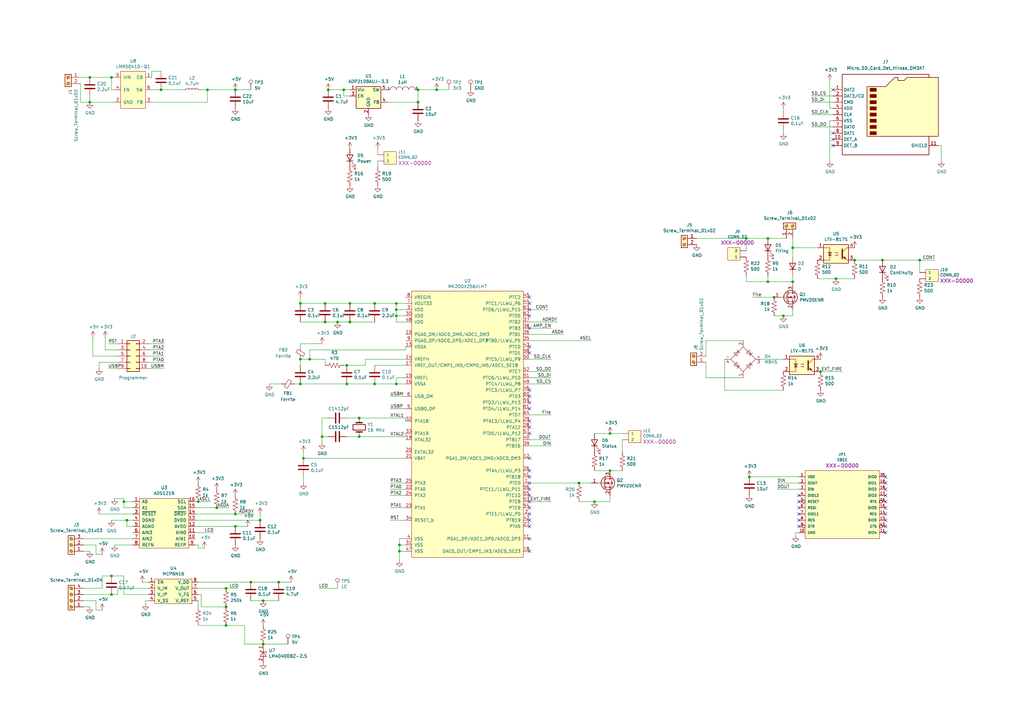
<source format=kicad_sch>
(kicad_sch (version 20230121) (generator eeschema)
  (paper "A3")
  (junction (at 350.52 106.68))
  (junction (at 153.67 124.46))
  (junction (at 171.45 36.83))
  (junction (at 124.46 187.96))
  (junction (at 336.55 152.4))
  (junction (at 92.71 241.3))
  (junction (at 171.45 41.91))
  (junction (at 306.07 97.79))
  (junction (at 314.96 115.57))
  (junction (at 45.72 236.22))
  (junction (at 52.07 213.36))
  (junction (at 36.83 41.91))
  (junction (at 127 147.32))
  (junction (at 92.71 248.92))
  (junction (at 123.19 157.48))
  (junction (at 96.52 36.83))
  (junction (at 140.97 36.83))
  (junction (at 142.24 157.48))
  (junction (at 153.67 157.48))
  (junction (at 162.56 129.54))
  (junction (at 179.07 36.83))
  (junction (at 133.35 124.46))
  (junction (at 142.24 149.86))
  (junction (at 321.31 129.54))
  (junction (at 314.96 97.79))
  (junction (at 96.52 215.9))
  (junction (at 132.08 179.07))
  (junction (at 162.56 157.48))
  (junction (at 147.32 171.45))
  (junction (at 133.35 132.08))
  (junction (at 143.51 132.08))
  (junction (at 66.04 36.83))
  (junction (at 250.19 193.04))
  (junction (at 163.83 223.52))
  (junction (at 361.95 106.68))
  (junction (at 325.12 115.57))
  (junction (at 106.68 213.36))
  (junction (at 237.49 198.12))
  (junction (at 36.83 31.75))
  (junction (at 317.5 121.92))
  (junction (at 162.56 124.46))
  (junction (at 123.19 147.32))
  (junction (at 162.56 127))
  (junction (at 143.51 124.46))
  (junction (at 114.3 238.76))
  (junction (at 102.87 238.76))
  (junction (at 243.84 205.74))
  (junction (at 85.09 36.83))
  (junction (at 377.19 106.68))
  (junction (at 45.72 31.75))
  (junction (at 45.72 243.84))
  (junction (at 134.62 36.83))
  (junction (at 81.28 205.74))
  (junction (at 307.34 195.58))
  (junction (at 147.32 179.07))
  (junction (at 92.71 256.54))
  (junction (at 325.12 101.6))
  (junction (at 50.8 205.74))
  (junction (at 123.19 124.46))
  (junction (at 96.52 210.82))
  (junction (at 163.83 226.06))
  (junction (at 88.9 208.28))
  (junction (at 250.19 177.8))
  (junction (at 342.9 114.3))
  (junction (at 138.43 132.08))
  (junction (at 107.95 264.16))
  (junction (at 107.95 246.38))
  (no_connect (at 217.17 167.64))
  (no_connect (at 363.22 205.74))
  (no_connect (at 363.22 198.12))
  (no_connect (at 217.17 226.06))
  (no_connect (at 217.17 134.62))
  (no_connect (at 217.17 200.66))
  (no_connect (at 217.17 172.72))
  (no_connect (at 327.66 205.74))
  (no_connect (at 363.22 210.82))
  (no_connect (at 217.17 205.74))
  (no_connect (at 217.17 198.12))
  (no_connect (at 341.63 54.61))
  (no_connect (at 341.63 36.83))
  (no_connect (at 217.17 142.24))
  (no_connect (at 363.22 200.66))
  (no_connect (at 217.17 193.04))
  (no_connect (at 363.22 215.9))
  (no_connect (at 217.17 165.1))
  (no_connect (at 217.17 195.58))
  (no_connect (at 217.17 162.56))
  (no_connect (at 363.22 213.36))
  (no_connect (at 217.17 213.36))
  (no_connect (at 217.17 175.26))
  (no_connect (at 217.17 187.96))
  (no_connect (at 217.17 127))
  (no_connect (at 363.22 218.44))
  (no_connect (at 217.17 215.9))
  (no_connect (at 363.22 203.2))
  (no_connect (at 217.17 160.02))
  (no_connect (at 327.66 203.2))
  (no_connect (at 217.17 220.98))
  (no_connect (at 363.22 195.58))
  (no_connect (at 217.17 208.28))
  (no_connect (at 217.17 124.46))
  (no_connect (at 341.63 59.69))
  (no_connect (at 217.17 144.78))
  (no_connect (at 363.22 208.28))
  (no_connect (at 217.17 203.2))
  (no_connect (at 327.66 215.9))
  (no_connect (at 217.17 210.82))
  (no_connect (at 217.17 121.92))
  (no_connect (at 327.66 208.28))
  (no_connect (at 327.66 213.36))
  (no_connect (at 217.17 129.54))
  (no_connect (at 217.17 177.8))
  (no_connect (at 327.66 210.82))
  (no_connect (at 341.63 57.15))
  (wire (pts (xy 40.64 148.59) (xy 40.64 151.13)))
  (wire (pts (xy 34.29 226.06) (xy 36.83 226.06)))
  (wire (pts (xy 384.81 59.69) (xy 386.08 59.69)))
  (wire (pts (xy 92.71 256.54) (xy 100.33 256.54)))
  (wire (pts (xy 297.18 147.32) (xy 297.18 160.02)))
  (wire (pts (xy 123.19 157.48) (xy 142.24 157.48)))
  (wire (pts (xy 242.57 198.12) (xy 237.49 198.12)))
  (wire (pts (xy 166.37 220.98) (xy 163.83 220.98)))
  (wire (pts (xy 43.18 143.51) (xy 48.26 143.51)))
  (wire (pts (xy 306.07 97.79) (xy 306.07 102.87)))
  (wire (pts (xy 44.45 151.13) (xy 48.26 151.13)))
  (wire (pts (xy 325.12 97.79) (xy 325.12 101.6)))
  (wire (pts (xy 332.74 52.07) (xy 341.63 52.07)))
  (wire (pts (xy 340.36 66.04) (xy 340.36 49.53)))
  (wire (pts (xy 34.29 243.84) (xy 45.72 243.84)))
  (wire (pts (xy 100.33 264.16) (xy 107.95 264.16)))
  (wire (pts (xy 162.56 129.54) (xy 166.37 129.54)))
  (wire (pts (xy 166.37 208.28) (xy 160.02 208.28)))
  (wire (pts (xy 50.8 205.74) (xy 54.61 205.74)))
  (wire (pts (xy 36.83 41.91) (xy 46.99 41.91)))
  (wire (pts (xy 132.08 179.07) (xy 132.08 171.45)))
  (wire (pts (xy 102.87 238.76) (xy 114.3 238.76)))
  (wire (pts (xy 327.66 198.12) (xy 318.77 198.12)))
  (wire (pts (xy 377.19 106.68) (xy 377.19 111.76)))
  (wire (pts (xy 162.56 127) (xy 162.56 129.54)))
  (wire (pts (xy 36.83 39.37) (xy 36.83 41.91)))
  (wire (pts (xy 325.12 115.57) (xy 325.12 116.84)))
  (wire (pts (xy 114.3 238.76) (xy 119.38 238.76)))
  (wire (pts (xy 162.56 154.94) (xy 162.56 157.48)))
  (wire (pts (xy 92.71 241.3) (xy 97.79 241.3)))
  (wire (pts (xy 158.75 41.91) (xy 171.45 41.91)))
  (wire (pts (xy 81.28 224.79) (xy 81.28 223.52)))
  (wire (pts (xy 314.96 115.57) (xy 325.12 115.57)))
  (wire (pts (xy 54.61 223.52) (xy 46.99 223.52)))
  (wire (pts (xy 332.74 39.37) (xy 341.63 39.37)))
  (wire (pts (xy 114.3 246.38) (xy 107.95 246.38)))
  (wire (pts (xy 43.18 143.51) (xy 43.18 138.43)))
  (wire (pts (xy 140.97 36.83) (xy 143.51 36.83)))
  (wire (pts (xy 132.08 140.97) (xy 123.19 140.97)))
  (wire (pts (xy 85.09 36.83) (xy 96.52 36.83)))
  (wire (pts (xy 60.96 246.38) (xy 59.69 246.38)))
  (wire (pts (xy 140.97 149.86) (xy 142.24 149.86)))
  (wire (pts (xy 50.8 236.22) (xy 50.8 243.84)))
  (wire (pts (xy 147.32 171.45) (xy 166.37 171.45)))
  (wire (pts (xy 96.52 36.83) (xy 102.87 36.83)))
  (wire (pts (xy 325.12 127) (xy 325.12 129.54)))
  (wire (pts (xy 166.37 124.46) (xy 162.56 124.46)))
  (wire (pts (xy 88.9 208.28) (xy 93.98 208.28)))
  (wire (pts (xy 340.36 33.02) (xy 340.36 44.45)))
  (wire (pts (xy 162.56 129.54) (xy 162.56 132.08)))
  (wire (pts (xy 217.17 132.08) (xy 228.6 132.08)))
  (wire (pts (xy 171.45 36.83) (xy 179.07 36.83)))
  (wire (pts (xy 314.96 113.03) (xy 314.96 115.57)))
  (wire (pts (xy 83.82 224.79) (xy 81.28 224.79)))
  (wire (pts (xy 50.8 243.84) (xy 60.96 243.84)))
  (wire (pts (xy 81.28 246.38) (xy 81.28 248.92)))
  (wire (pts (xy 162.56 124.46) (xy 162.56 127)))
  (wire (pts (xy 340.36 44.45) (xy 341.63 44.45)))
  (wire (pts (xy 123.19 147.32) (xy 123.19 149.86)))
  (wire (pts (xy 134.62 36.83) (xy 140.97 36.83)))
  (wire (pts (xy 33.02 31.75) (xy 36.83 31.75)))
  (wire (pts (xy 106.68 210.82) (xy 106.68 213.36)))
  (wire (pts (xy 325.12 101.6) (xy 325.12 105.41)))
  (wire (pts (xy 325.12 113.03) (xy 325.12 115.57)))
  (wire (pts (xy 163.83 223.52) (xy 163.83 226.06)))
  (wire (pts (xy 66.04 36.83) (xy 74.93 36.83)))
  (wire (pts (xy 60.96 143.51) (xy 67.31 143.51)))
  (wire (pts (xy 217.17 154.94) (xy 226.06 154.94)))
  (wire (pts (xy 82.55 36.83) (xy 85.09 36.83)))
  (wire (pts (xy 41.91 241.3) (xy 41.91 236.22)))
  (wire (pts (xy 62.23 36.83) (xy 66.04 36.83)))
  (wire (pts (xy 153.67 157.48) (xy 162.56 157.48)))
  (wire (pts (xy 123.19 140.97) (xy 123.19 142.24)))
  (wire (pts (xy 166.37 171.45) (xy 166.37 172.72)))
  (wire (pts (xy 133.35 147.32) (xy 133.35 149.86)))
  (wire (pts (xy 166.37 179.07) (xy 147.32 179.07)))
  (wire (pts (xy 143.51 39.37) (xy 140.97 39.37)))
  (wire (pts (xy 81.28 205.74) (xy 86.36 205.74)))
  (wire (pts (xy 102.87 246.38) (xy 107.95 246.38)))
  (wire (pts (xy 45.72 213.36) (xy 52.07 213.36)))
  (wire (pts (xy 132.08 171.45) (xy 134.62 171.45)))
  (wire (pts (xy 33.02 34.29) (xy 33.02 41.91)))
  (wire (pts (xy 162.56 132.08) (xy 166.37 132.08)))
  (wire (pts (xy 342.9 114.3) (xy 335.28 114.3)))
  (wire (pts (xy 317.5 121.92) (xy 308.61 121.92)))
  (wire (pts (xy 217.17 170.18) (xy 226.06 170.18)))
  (wire (pts (xy 217.17 134.62) (xy 226.06 134.62)))
  (wire (pts (xy 142.24 149.86) (xy 149.86 149.86)))
  (wire (pts (xy 142.24 171.45) (xy 147.32 171.45)))
  (wire (pts (xy 142.24 179.07) (xy 147.32 179.07)))
  (wire (pts (xy 82.55 248.92) (xy 92.71 248.92)))
  (wire (pts (xy 124.46 185.42) (xy 124.46 187.96)))
  (wire (pts (xy 33.02 41.91) (xy 36.83 41.91)))
  (wire (pts (xy 327.66 200.66) (xy 318.77 200.66)))
  (wire (pts (xy 45.72 31.75) (xy 45.72 36.83)))
  (wire (pts (xy 80.01 218.44) (xy 87.63 218.44)))
  (wire (pts (xy 60.96 151.13) (xy 67.31 151.13)))
  (wire (pts (xy 80.01 210.82) (xy 96.52 210.82)))
  (wire (pts (xy 48.26 241.3) (xy 60.96 241.3)))
  (wire (pts (xy 81.28 238.76) (xy 102.87 238.76)))
  (wire (pts (xy 59.69 246.38) (xy 59.69 247.65)))
  (wire (pts (xy 123.19 121.92) (xy 123.19 124.46)))
  (wire (pts (xy 149.86 147.32) (xy 166.37 147.32)))
  (wire (pts (xy 81.28 241.3) (xy 92.71 241.3)))
  (wire (pts (xy 336.55 152.4) (xy 345.44 152.4)))
  (wire (pts (xy 138.43 241.3) (xy 130.81 241.3)))
  (wire (pts (xy 100.33 256.54) (xy 100.33 264.16)))
  (wire (pts (xy 317.5 129.54) (xy 321.31 129.54)))
  (wire (pts (xy 166.37 203.2) (xy 160.02 203.2)))
  (wire (pts (xy 107.95 264.16) (xy 118.11 264.16)))
  (wire (pts (xy 154.94 66.04) (xy 154.94 68.58)))
  (wire (pts (xy 39.37 250.19) (xy 39.37 246.38)))
  (wire (pts (xy 243.84 177.8) (xy 250.19 177.8)))
  (wire (pts (xy 162.56 127) (xy 166.37 127)))
  (wire (pts (xy 138.43 132.08) (xy 143.51 132.08)))
  (wire (pts (xy 54.61 208.28) (xy 50.8 208.28)))
  (wire (pts (xy 40.64 148.59) (xy 48.26 148.59)))
  (wire (pts (xy 217.17 182.88) (xy 226.06 182.88)))
  (wire (pts (xy 120.65 157.48) (xy 123.19 157.48)))
  (wire (pts (xy 45.72 36.83) (xy 46.99 36.83)))
  (wire (pts (xy 327.66 218.44) (xy 326.39 218.44)))
  (wire (pts (xy 81.28 256.54) (xy 92.71 256.54)))
  (wire (pts (xy 50.8 208.28) (xy 50.8 205.74)))
  (wire (pts (xy 166.37 200.66) (xy 160.02 200.66)))
  (wire (pts (xy 386.08 59.69) (xy 386.08 66.04)))
  (wire (pts (xy 361.95 106.68) (xy 377.19 106.68)))
  (wire (pts (xy 217.17 205.74) (xy 226.06 205.74)))
  (wire (pts (xy 80.01 215.9) (xy 96.52 215.9)))
  (wire (pts (xy 153.67 124.46) (xy 162.56 124.46)))
  (wire (pts (xy 289.56 146.05) (xy 289.56 139.7)))
  (wire (pts (xy 80.01 205.74) (xy 81.28 205.74)))
  (wire (pts (xy 306.07 115.57) (xy 314.96 115.57)))
  (wire (pts (xy 123.19 132.08) (xy 133.35 132.08)))
  (wire (pts (xy 127 143.51) (xy 166.37 143.51)))
  (wire (pts (xy 124.46 187.96) (xy 166.37 187.96)))
  (wire (pts (xy 321.31 45.72) (xy 321.31 44.45)))
  (wire (pts (xy 48.26 243.84) (xy 48.26 241.3)))
  (wire (pts (xy 143.51 124.46) (xy 153.67 124.46)))
  (wire (pts (xy 237.49 205.74) (xy 243.84 205.74)))
  (wire (pts (xy 39.37 246.38) (xy 34.29 246.38)))
  (wire (pts (xy 289.56 139.7) (xy 304.8 139.7)))
  (wire (pts (xy 34.29 223.52) (xy 39.37 223.52)))
  (wire (pts (xy 166.37 162.56) (xy 160.02 162.56)))
  (wire (pts (xy 52.07 213.36) (xy 54.61 213.36)))
  (wire (pts (xy 342.9 114.3) (xy 350.52 114.3)))
  (wire (pts (xy 163.83 226.06) (xy 163.83 229.87)))
  (wire (pts (xy 335.28 101.6) (xy 325.12 101.6)))
  (wire (pts (xy 62.23 41.91) (xy 85.09 41.91)))
  (wire (pts (xy 45.72 236.22) (xy 50.8 236.22)))
  (wire (pts (xy 58.42 238.76) (xy 60.96 238.76)))
  (wire (pts (xy 166.37 154.94) (xy 162.56 154.94)))
  (wire (pts (xy 250.19 177.8) (xy 255.27 177.8)))
  (wire (pts (xy 45.72 31.75) (xy 46.99 31.75)))
  (wire (pts (xy 39.37 227.33) (xy 39.37 223.52)))
  (wire (pts (xy 60.96 140.97) (xy 67.31 140.97)))
  (wire (pts (xy 133.35 124.46) (xy 143.51 124.46)))
  (wire (pts (xy 85.09 41.91) (xy 85.09 36.83)))
  (wire (pts (xy 34.29 248.92) (xy 36.83 248.92)))
  (wire (pts (xy 60.96 148.59) (xy 67.31 148.59)))
  (wire (pts (xy 217.17 180.34) (xy 226.06 180.34)))
  (wire (pts (xy 217.17 157.48) (xy 226.06 157.48)))
  (wire (pts (xy 62.23 29.21) (xy 66.04 29.21)))
  (wire (pts (xy 166.37 198.12) (xy 160.02 198.12)))
  (wire (pts (xy 133.35 132.08) (xy 138.43 132.08)))
  (wire (pts (xy 110.49 157.48) (xy 115.57 157.48)))
  (wire (pts (xy 166.37 213.36) (xy 160.02 213.36)))
  (wire (pts (xy 306.07 113.03) (xy 306.07 115.57)))
  (wire (pts (xy 285.75 97.79) (xy 306.07 97.79)))
  (wire (pts (xy 166.37 167.64) (xy 160.02 167.64)))
  (wire (pts (xy 45.72 243.84) (xy 48.26 243.84)))
  (wire (pts (xy 166.37 143.51) (xy 166.37 142.24)))
  (wire (pts (xy 322.58 97.79) (xy 314.96 97.79)))
  (wire (pts (xy 350.52 106.68) (xy 361.95 106.68)))
  (wire (pts (xy 44.45 140.97) (xy 48.26 140.97)))
  (wire (pts (xy 332.74 41.91) (xy 341.63 41.91)))
  (wire (pts (xy 82.55 243.84) (xy 81.28 243.84)))
  (wire (pts (xy 96.52 215.9) (xy 101.6 215.9)))
  (wire (pts (xy 325.12 129.54) (xy 321.31 129.54)))
  (wire (pts (xy 377.19 106.68) (xy 383.54 106.68)))
  (wire (pts (xy 34.29 241.3) (xy 41.91 241.3)))
  (wire (pts (xy 332.74 46.99) (xy 341.63 46.99)))
  (wire (pts (xy 41.91 227.33) (xy 39.37 227.33)))
  (wire (pts (xy 217.17 198.12) (xy 237.49 198.12)))
  (wire (pts (xy 171.45 41.91) (xy 171.45 36.83)))
  (wire (pts (xy 289.56 148.59) (xy 289.56 154.94)))
  (wire (pts (xy 217.17 147.32) (xy 226.06 147.32)))
  (wire (pts (xy 217.17 152.4) (xy 226.06 152.4)))
  (wire (pts (xy 307.34 195.58) (xy 327.66 195.58)))
  (wire (pts (xy 312.42 147.32) (xy 321.31 147.32)))
  (wire (pts (xy 54.61 215.9) (xy 52.07 215.9)))
  (wire (pts (xy 149.86 149.86) (xy 149.86 147.32)))
  (wire (pts (xy 52.07 215.9) (xy 52.07 213.36)))
  (wire (pts (xy 140.97 39.37) (xy 140.97 36.83)))
  (wire (pts (xy 255.27 180.34) (xy 255.27 185.42)))
  (wire (pts (xy 217.17 127) (xy 224.79 127)))
  (wire (pts (xy 321.31 53.34) (xy 321.31 54.61)))
  (wire (pts (xy 127 147.32) (xy 133.35 147.32)))
  (wire (pts (xy 40.64 210.82) (xy 54.61 210.82)))
  (wire (pts (xy 41.91 236.22) (xy 45.72 236.22)))
  (wire (pts (xy 82.55 248.92) (xy 82.55 243.84)))
  (wire (pts (xy 166.37 226.06) (xy 163.83 226.06)))
  (wire (pts (xy 34.29 220.98) (xy 54.61 220.98)))
  (wire (pts (xy 81.28 223.52) (xy 80.01 223.52)))
  (wire (pts (xy 50.8 205.74) (xy 50.8 204.47)))
  (wire (pts (xy 243.84 193.04) (xy 250.19 193.04)))
  (wire (pts (xy 243.84 205.74) (xy 250.19 205.74)))
  (wire (pts (xy 154.94 60.96) (xy 154.94 63.5)))
  (wire (pts (xy 250.19 205.74) (xy 250.19 203.2)))
  (wire (pts (xy 143.51 132.08) (xy 153.67 132.08)))
  (wire (pts (xy 297.18 160.02) (xy 321.31 160.02)))
  (wire (pts (xy 80.01 213.36) (xy 106.68 213.36)))
  (wire (pts (xy 132.08 179.07) (xy 134.62 179.07)))
  (wire (pts (xy 132.08 181.61) (xy 132.08 179.07)))
  (wire (pts (xy 306.07 97.79) (xy 314.96 97.79)))
  (wire (pts (xy 127 147.32) (xy 127 143.51)))
  (wire (pts (xy 62.23 31.75) (xy 62.23 29.21)))
  (wire (pts (xy 217.17 137.16) (xy 231.14 137.16)))
  (wire (pts (xy 250.19 193.04) (xy 255.27 193.04)))
  (wire (pts (xy 153.67 149.86) (xy 166.37 149.86)))
  (wire (pts (xy 166.37 177.8) (xy 166.37 179.07)))
  (wire (pts (xy 166.37 223.52) (xy 163.83 223.52)))
  (wire (pts (xy 289.56 154.94) (xy 304.8 154.94)))
  (wire (pts (xy 142.24 157.48) (xy 153.67 157.48)))
  (wire (pts (xy 179.07 36.83) (xy 184.15 36.83)))
  (wire (pts (xy 38.1 146.05) (xy 48.26 146.05)))
  (wire (pts (xy 50.8 204.47) (xy 46.99 204.47)))
  (wire (pts (xy 217.17 139.7) (xy 242.57 139.7)))
  (wire (pts (xy 162.56 157.48) (xy 166.37 157.48)))
  (wire (pts (xy 123.19 147.32) (xy 127 147.32)))
  (wire (pts (xy 163.83 220.98) (xy 163.83 223.52)))
  (wire (pts (xy 96.52 210.82) (xy 104.14 210.82)))
  (wire (pts (xy 60.96 146.05) (xy 67.31 146.05)))
  (wire (pts (xy 39.37 250.19) (xy 41.91 250.19)))
  (wire (pts (xy 340.36 49.53) (xy 341.63 49.53)))
  (wire (pts (xy 326.39 218.44) (xy 326.39 219.71)))
  (wire (pts (xy 80.01 208.28) (xy 88.9 208.28)))
  (wire (pts (xy 36.83 31.75) (xy 45.72 31.75)))
  (wire (pts (xy 123.19 124.46) (xy 133.35 124.46)))
  (wire (pts (xy 38.1 138.43) (xy 38.1 146.05)))
  (wire (pts (xy 124.46 195.58) (xy 124.46 198.12)))
  (label "SD_DI" (at 226.06 154.94 180))
  (label "PTA3" (at 67.31 140.97 180))
  (label "CONT" (at 224.79 127 180))
  (label "PTA1" (at 160.02 208.28 0))
  (label "SD_CLK" (at 226.06 147.32 180))
  (label "CONT" (at 383.54 106.68 180))
  (label "EXT_FIRE" (at 345.44 152.4 180))
  (label "EXT_FIRE" (at 226.06 205.74 180))
  (label "ASCL" (at 242.57 139.7 180))
  (label "PTA0" (at 67.31 148.59 180))
  (label "LC0" (at 87.63 218.44 180))
  (label "RST" (at 44.45 140.97 0))
  (label "PTA3" (at 160.02 198.12 0))
  (label "SD_CLK" (at 332.74 46.99 0))
  (label "PTA2" (at 160.02 203.2 0))
  (label "USBM" (at 160.02 162.56 0))
  (label "Fire" (at 226.06 170.18 180))
  (label "SD_DO" (at 226.06 152.4 180))
  (label "ASDA" (at 231.14 137.16 180))
  (label "PTA0" (at 160.02 200.66 0))
  (label "USBP" (at 44.45 151.13 0))
  (label "LC0" (at 97.79 241.3 180))
  (label "SD_CS" (at 226.06 157.48 180))
  (label "ASCL" (at 86.36 205.74 180))
  (label "SD_CS" (at 332.74 39.37 0))
  (label "DOUT" (at 226.06 180.34 180))
  (label "DOUT" (at 318.77 200.66 0))
  (label "XTAL2" (at 160.02 179.07 0))
  (label "RST" (at 160.02 213.36 0))
  (label "DIN" (at 226.06 182.88 180))
  (label "Fire" (at 308.61 121.92 0))
  (label "XTAL1" (at 160.02 171.45 0))
  (label "SD_DI" (at 332.74 41.91 0))
  (label "ADRDY" (at 104.14 210.82 180))
  (label "ADRDY" (at 228.6 132.08 180))
  (label "PTA2" (at 67.31 143.51 180))
  (label "ASDA" (at 93.98 208.28 180))
  (label "USBM" (at 67.31 151.13 180))
  (label "LC0" (at 130.81 241.3 0))
  (label "DIN" (at 318.77 198.12 0))
  (label "AMP_EN" (at 226.06 134.62 180))
  (label "SD_DO" (at 332.74 52.07 0))
  (label "PTA1" (at 67.31 146.05 180))
  (label "USBP" (at 160.02 167.64 0))
  (symbol (lib_id "RMTS-rescue:MK20DX256VLH7-Mine-RMTS-rescue-RMTS-rescue") (at 191.77 121.92 0) (unit 1)
    (property "Reference" "U2" (at 191.77 115.189 0))
    (property "Value" "MK20DX256VLH7" (at 191.77 117.5004 0))
    (property "Footprint" "Package_QFP:LQFP-64_10x10mm_P0.5mm" (effects hide))
  )
  (symbol (lib_id "power:GND") (at 163.83 229.87 0) (unit 1)
    (property "Reference" "#PWR0101" (effects hide))
    (property "Value" "GND" (at 163.957 234.2642 0))
  )
  (symbol (lib_id "Connector_Generic:Conn_02x05_Odd_Even") (at 53.34 146.05 0) (unit 1)
    (property "Reference" "J2" (at 54.61 137.9982 0))
    (property "Value" "Programmer" (at 54.61 154.94 0))
    (property "Footprint" "Connector_PinHeader_2.00mm:PinHeader_2x05_P2.00mm_Vertical" (effects hide))
  )
  (symbol (lib_id "power:GND") (at 40.64 151.13 0) (unit 1)
    (property "Reference" "#PWR0103" (effects hide))
    (property "Value" "GND" (at 40.767 155.5242 0))
  )
  (symbol (lib_id "RMTS-rescue:+3.3V-power") (at 43.18 138.43 0) (unit 1)
    (property "Reference" "#PWR0104" (effects hide))
    (property "Value" "+3.3V" (at 43.561 134.0358 0))
  )
  (symbol (lib_id "Regulator_Switching:ADP2108AUJ-3.3") (at 151.13 39.37 0) (unit 1)
    (property "Reference" "U1" (at 151.13 31.115 0))
    (property "Value" "ADP2108AUJ-3.3" (at 151.13 33.4264 0))
    (property "Footprint" "Package_TO_SOT_SMD:TSOT-23-5" (effects hide))
    (property "Datasheet" "https://www.analog.com/media/en/technical-documentation/data-sheets/ADP2108.pdf" (effects hide))
    (property "LCSC" " C143875" (effects hide))
  )
  (symbol (lib_id "power:GND") (at 151.13 46.99 0) (unit 1)
    (property "Reference" "#PWR0105" (effects hide))
    (property "Value" "GND" (at 151.257 51.3842 0))
  )
  (symbol (lib_id "Device:C") (at 134.62 40.64 0) (unit 1)
    (property "Reference" "C1" (at 137.541 39.4716 0) (effects (justify left)))
    (property "Value" "4.7uF" (at 137.541 41.783 0) (effects (justify left)))
    (property "Footprint" "Capacitor_SMD:C_0805_2012Metric_Pad1.15x1.40mm_HandSolder" (effects hide))
    (property "LCSC" "C1779" (effects hide))
  )
  (symbol (lib_id "power:GND") (at 134.62 44.45 0) (unit 1)
    (property "Reference" "#PWR0106" (effects hide))
    (property "Value" "GND" (at 134.747 48.8442 0))
  )
  (symbol (lib_id "RMTS-rescue:INDUCTOR-pspice") (at 165.1 36.83 0) (unit 1)
    (property "Reference" "L1" (at 165.1 31.369 0))
    (property "Value" "1uH" (at 165.1 33.6804 0))
    (property "Footprint" "Inductor_SMD:L_0805_2012Metric_Pad1.15x1.40mm_HandSolder" (effects hide))
    (property "LCSC" "C1042" (effects hide))
  )
  (symbol (lib_id "RMTS-rescue:+3.3V-power") (at 179.07 36.83 0) (unit 1)
    (property "Reference" "#PWR0107" (effects hide))
    (property "Value" "+3.3V" (at 179.451 32.4358 0))
  )
  (symbol (lib_id "Device:C") (at 171.45 45.72 0) (unit 1)
    (property "Reference" "C2" (at 174.371 44.5516 0) (effects (justify left)))
    (property "Value" "10uF" (at 174.371 46.863 0) (effects (justify left)))
    (property "Footprint" "Capacitor_SMD:CP_Elec_5x3.9" (effects hide))
  )
  (symbol (lib_id "power:GND") (at 171.45 49.53 0) (unit 1)
    (property "Reference" "#PWR0108" (effects hide))
    (property "Value" "GND" (at 171.577 53.9242 0))
  )
  (symbol (lib_id "RMTS-rescue:XBEE-SparkFun-RF-RMTS-rescue-RMTS-rescue") (at 345.44 205.74 0) (unit 1)
    (property "Reference" "JP1" (at 345.44 186.436 0) (effects (font (size 1.143 1.143))))
    (property "Value" "XBEE" (at 345.44 188.5696 0) (effects (font (size 1.143 1.143))))
    (property "Footprint" "XBEE" (effects hide))
    (property "Field4" "XXX-00000" (at 345.44 190.9826 0) (effects (font (size 1.524 1.524))))
  )
  (symbol (lib_id "RMTS-rescue:+3.3V-power") (at 123.19 121.92 0) (unit 1)
    (property "Reference" "#PWR0109" (effects hide))
    (property "Value" "+3.3V" (at 123.571 117.5258 0))
  )
  (symbol (lib_id "Device:C") (at 307.34 199.39 0) (unit 1)
    (property "Reference" "C13" (at 310.261 198.2216 0) (effects (justify left)))
    (property "Value" "10uF" (at 310.261 200.533 0) (effects (justify left)))
    (property "Footprint" "Capacitor_SMD:C_0805_2012Metric_Pad1.15x1.40mm_HandSolder" (effects hide))
    (property "LCSC" " C15850" (effects hide))
  )
  (symbol (lib_id "power:GND") (at 326.39 219.71 0) (unit 1)
    (property "Reference" "#PWR0128" (effects hide))
    (property "Value" "GND" (at 326.517 224.1042 0))
  )
  (symbol (lib_id "Device:C") (at 153.67 128.27 0) (unit 1)
    (property "Reference" "C9" (at 156.591 127.1016 0) (effects (justify left)))
    (property "Value" "2.2uF" (at 156.591 129.413 0) (effects (justify left)))
    (property "Footprint" "Capacitor_SMD:C_0805_2012Metric_Pad1.15x1.40mm_HandSolder" (effects hide))
    (property "LCSC" " C49217" (effects hide))
  )
  (symbol (lib_id "Device:C") (at 143.51 128.27 0) (unit 1)
    (property "Reference" "C8" (at 146.431 127.1016 0) (effects (justify left)))
    (property "Value" "0.1uF" (at 146.431 129.413 0) (effects (justify left)))
    (property "Footprint" "Capacitor_SMD:C_0805_2012Metric_Pad1.15x1.40mm_HandSolder" (effects hide))
    (property "LCSC" " C49678" (effects hide))
  )
  (symbol (lib_id "Device:C") (at 133.35 128.27 0) (unit 1)
    (property "Reference" "C6" (at 136.271 127.1016 0) (effects (justify left)))
    (property "Value" "0.1uF" (at 136.271 129.413 0) (effects (justify left)))
    (property "Footprint" "Capacitor_SMD:C_0805_2012Metric_Pad1.15x1.40mm_HandSolder" (effects hide))
    (property "LCSC" " C49678" (effects hide))
  )
  (symbol (lib_id "Device:C") (at 123.19 128.27 0) (unit 1)
    (property "Reference" "C3" (at 126.111 127.1016 0) (effects (justify left)))
    (property "Value" "0.1uF" (at 126.111 129.413 0) (effects (justify left)))
    (property "Footprint" "Capacitor_SMD:C_0805_2012Metric_Pad1.15x1.40mm_HandSolder" (effects hide))
    (property "LCSC" " C49678" (effects hide))
  )
  (symbol (lib_id "power:GND") (at 138.43 132.08 0) (unit 1)
    (property "Reference" "#PWR0110" (effects hide))
    (property "Value" "GND" (at 138.557 136.4742 0))
  )
  (symbol (lib_id "Device:Crystal") (at 147.32 175.26 90) (mirror x) (unit 1)
    (property "Reference" "Y1" (at 150.6474 174.0916 90) (effects (justify right)))
    (property "Value" "16 Mhz" (at 150.6474 176.403 90) (effects (justify right)))
    (property "Footprint" "Crystal:Crystal_HC49-U_Vertical" (effects hide))
  )
  (symbol (lib_id "power:GND") (at 307.34 203.2 0) (unit 1)
    (property "Reference" "#PWR0129" (effects hide))
    (property "Value" "GND" (at 307.467 207.5942 0))
  )
  (symbol (lib_id "RMTS-rescue:+3.3V-power") (at 307.34 195.58 0) (unit 1)
    (property "Reference" "#PWR0130" (effects hide))
    (property "Value" "+3.3V" (at 307.721 191.1858 0))
  )
  (symbol (lib_id "Connector:TestPoint") (at 184.15 36.83 0) (unit 1)
    (property "Reference" "TP2" (at 185.6232 33.8328 0) (effects (justify left)))
    (property "Value" "3V3" (at 185.6232 36.1442 0) (effects (justify left)))
    (property "Footprint" "TestPoint:TestPoint_THTPad_2.0x2.0mm_Drill1.0mm" (effects hide))
  )
  (symbol (lib_id "RMTS-rescue:ADS1219-Mine-RMTS-rescue-RMTS-rescue") (at 67.31 205.74 0) (unit 1)
    (property "Reference" "U3" (at 67.31 200.025 0))
    (property "Value" "ADS1219" (at 67.31 202.3364 0))
    (property "Footprint" "Package_SO:TSSOP-16_4.4x5mm_P0.65mm" (effects hide))
  )
  (symbol (lib_id "Device:C") (at 96.52 219.71 0) (unit 1)
    (property "Reference" "C11" (at 99.441 218.5416 0) (effects (justify left)))
    (property "Value" "0.1uF" (at 99.441 220.853 0) (effects (justify left)))
    (property "Footprint" "Capacitor_SMD:C_0805_2012Metric_Pad1.15x1.40mm_HandSolder" (effects hide))
    (property "LCSC" "C49678" (effects hide))
  )
  (symbol (lib_id "Device:C") (at 106.68 217.17 0) (unit 1)
    (property "Reference" "C12" (at 109.601 216.0016 0) (effects (justify left)))
    (property "Value" "0.1uF" (at 109.601 218.313 0) (effects (justify left)))
    (property "Footprint" "Capacitor_SMD:C_0805_2012Metric_Pad1.15x1.40mm_HandSolder" (effects hide))
    (property "LCSC" " C49678" (effects hide))
  )
  (symbol (lib_id "power:GND") (at 96.52 223.52 0) (unit 1)
    (property "Reference" "#PWR0115" (effects hide))
    (property "Value" "GND" (at 96.647 227.9142 0))
  )
  (symbol (lib_id "power:GND") (at 106.68 220.98 0) (unit 1)
    (property "Reference" "#PWR0116" (effects hide))
    (property "Value" "GND" (at 106.807 225.3742 0))
  )
  (symbol (lib_id "RMTS-rescue:+3.3V-power") (at 106.68 210.82 0) (unit 1)
    (property "Reference" "#PWR0117" (effects hide))
    (property "Value" "+3.3V" (at 107.061 206.4258 0))
  )
  (symbol (lib_id "Device:R_US") (at 96.52 207.01 0) (unit 1)
    (property "Reference" "R8" (at 98.2472 205.8416 0) (effects (justify left)))
    (property "Value" "1k" (at 98.2472 208.153 0) (effects (justify left)))
    (property "Footprint" "Resistor_SMD:R_0805_2012Metric_Pad1.15x1.40mm_HandSolder" (effects hide))
    (property "LCSC" "C17513" (effects hide))
  )
  (symbol (lib_id "Device:R_US") (at 88.9 204.47 0) (unit 1)
    (property "Reference" "R7" (at 90.6272 203.3016 0) (effects (justify left)))
    (property "Value" "1k" (at 90.6272 205.613 0) (effects (justify left)))
    (property "Footprint" "Resistor_SMD:R_0805_2012Metric_Pad1.15x1.40mm_HandSolder" (effects hide))
    (property "LCSC" "C17513" (effects hide))
  )
  (symbol (lib_id "Device:R_US") (at 81.28 201.93 0) (unit 1)
    (property "Reference" "R4" (at 83.0072 200.7616 0) (effects (justify left)))
    (property "Value" "1k" (at 83.0072 203.073 0) (effects (justify left)))
    (property "Footprint" "Resistor_SMD:R_0805_2012Metric_Pad1.15x1.40mm_HandSolder" (effects hide))
    (property "LCSC" "C17513" (effects hide))
  )
  (symbol (lib_id "RMTS-rescue:+3.3V-power") (at 96.52 203.2 0) (unit 1)
    (property "Reference" "#PWR0118" (effects hide))
    (property "Value" "+3.3V" (at 96.901 198.8058 0))
  )
  (symbol (lib_id "RMTS-rescue:+3.3V-power") (at 88.9 200.66 0) (unit 1)
    (property "Reference" "#PWR0119" (effects hide))
    (property "Value" "+3.3V" (at 89.281 196.2658 0))
  )
  (symbol (lib_id "RMTS-rescue:+3.3V-power") (at 81.28 198.12 0) (unit 1)
    (property "Reference" "#PWR0120" (effects hide))
    (property "Value" "+3.3V" (at 81.661 193.7258 0))
  )
  (symbol (lib_id "power:GND") (at 45.72 213.36 0) (unit 1)
    (property "Reference" "#PWR0121" (effects hide))
    (property "Value" "GND" (at 45.847 217.7542 0))
  )
  (symbol (lib_id "Connector:Screw_Terminal_01x04") (at 29.21 246.38 180) (unit 1)
    (property "Reference" "J4" (at 31.2928 235.585 0))
    (property "Value" "Screw_Terminal_01x04" (at 31.2928 237.8964 0))
    (property "Footprint" "Connectors:SCREWTERMINAL-3.5MM-4" (effects hide))
  )
  (symbol (lib_id "Connector:Screw_Terminal_01x03") (at 29.21 223.52 180) (unit 1)
    (property "Reference" "J3" (at 31.2928 215.265 0))
    (property "Value" "Screw_Terminal_01x03" (at 31.2928 217.5764 0))
    (property "Footprint" "Connectors:SCREWTERMINAL-3.5MM-3" (effects hide))
  )
  (symbol (lib_id "power:GND") (at 46.99 204.47 0) (unit 1)
    (property "Reference" "#PWR0133" (effects hide))
    (property "Value" "GND" (at 47.117 208.8642 0))
  )
  (symbol (lib_id "power:GND") (at 36.83 226.06 0) (unit 1)
    (property "Reference" "#PWR0122" (effects hide))
    (property "Value" "GND" (at 36.957 230.4542 0))
  )
  (symbol (lib_id "power:GND") (at 36.83 248.92 0) (unit 1)
    (property "Reference" "#PWR0123" (effects hide))
    (property "Value" "GND" (at 36.957 253.3142 0))
  )
  (symbol (lib_id "Device:C") (at 138.43 171.45 270) (unit 1)
    (property "Reference" "C14" (at 134.62 167.64 90) (effects (justify left)))
    (property "Value" "12pF" (at 138.43 167.64 90) (effects (justify left)))
    (property "Footprint" "Capacitor_SMD:C_0805_2012Metric_Pad1.15x1.40mm_HandSolder" (effects hide))
    (property "LCSC" "C1792" (effects hide))
  )
  (symbol (lib_id "Device:C") (at 138.43 179.07 270) (unit 1)
    (property "Reference" "C15" (at 134.62 175.26 90) (effects (justify left)))
    (property "Value" "12pF" (at 138.43 175.26 90) (effects (justify left)))
    (property "Footprint" "Capacitor_SMD:C_0805_2012Metric_Pad1.15x1.40mm_HandSolder" (effects hide))
    (property "LCSC" "C1792" (effects hide))
  )
  (symbol (lib_id "Device:C") (at 153.67 153.67 0) (unit 1)
    (property "Reference" "C10" (at 156.591 152.5016 0) (effects (justify left)))
    (property "Value" "0.1uF" (at 156.591 154.813 0) (effects (justify left)))
    (property "Footprint" "Capacitor_SMD:C_0805_2012Metric_Pad1.15x1.40mm_HandSolder" (effects hide))
    (property "LCSC" " C49678" (effects hide))
  )
  (symbol (lib_id "power:GND") (at 132.08 181.61 0) (unit 1)
    (property "Reference" "#PWR0131" (effects hide))
    (property "Value" "GND" (at 132.207 186.0042 0))
  )
  (symbol (lib_id "RMTS-rescue:+3.3V-power") (at 132.08 140.97 0) (unit 1)
    (property "Reference" "#PWR0111" (effects hide))
    (property "Value" "+3.3V" (at 132.461 136.5758 0))
  )
  (symbol (lib_id "RMTS-rescue:Ferrite_Bead_Small-Device") (at 118.11 157.48 90) (unit 1)
    (property "Reference" "FB1" (at 118.11 161.29 90))
    (property "Value" "Ferrite" (at 118.11 163.83 90))
    (property "Footprint" "Capacitor_SMD:C_0805_2012Metric_Pad1.15x1.40mm_HandSolder" (effects hide))
    (property "LCSC" "C97001" (effects hide))
  )
  (symbol (lib_id "Transistor_FET:DMG3402L") (at 322.58 121.92 0) (unit 1)
    (property "Reference" "Q1" (at 327.8124 120.7516 0) (effects (justify left)))
    (property "Value" "PMV20ENR" (at 327.8124 123.063 0) (effects (justify left)))
    (property "Footprint" "Package_TO_SOT_SMD:SOT-23" (effects hide))
    (property "Datasheet" "http://www.diodes.com/assets/Datasheets/DMG3402L.pdf" (effects hide))
    (property "LCSC" "C456088" (effects hide))
  )
  (symbol (lib_id "power:GND") (at 321.31 129.54 0) (unit 1)
    (property "Reference" "#PWR0134" (effects hide))
    (property "Value" "GND" (at 321.437 133.9342 0))
  )
  (symbol (lib_id "Connector:Screw_Terminal_01x02") (at 322.58 92.71 90) (unit 1)
    (property "Reference" "J6" (at 323.9516 87.1982 90))
    (property "Value" "Screw_Terminal_01x02" (at 323.9516 89.5096 90))
    (property "Footprint" "Connectors:SCREWTERMINAL-3.5MM-2" (effects hide))
  )
  (symbol (lib_id "power:GND") (at 110.49 157.48 0) (unit 1)
    (property "Reference" "#PWR0112" (effects hide))
    (property "Value" "GND" (at 110.617 161.8742 0))
  )
  (symbol (lib_id "Device:C") (at 123.19 153.67 0) (unit 1)
    (property "Reference" "C4" (at 126.111 152.5016 0) (effects (justify left)))
    (property "Value" "2.2uF" (at 126.111 154.813 0) (effects (justify left)))
    (property "Footprint" "Capacitor_SMD:C_0805_2012Metric_Pad1.15x1.40mm_HandSolder" (effects hide))
    (property "LCSC" "C49217" (effects hide))
  )
  (symbol (lib_id "RMTS-rescue:Ferrite_Bead_Small-Device") (at 123.19 144.78 0) (unit 1)
    (property "Reference" "FB2" (at 114.3 143.51 0) (effects (justify left)))
    (property "Value" "Ferrite" (at 113.03 146.05 0) (effects (justify left)))
    (property "Footprint" "Capacitor_SMD:C_0805_2012Metric_Pad1.15x1.40mm_HandSolder" (effects hide))
    (property "LCSC" "C97001" (effects hide))
  )
  (symbol (lib_id "Device:R_US") (at 137.16 149.86 270) (unit 1)
    (property "Reference" "R3" (at 137.16 144.653 90))
    (property "Value" "470" (at 137.16 146.9644 90))
    (property "Footprint" "Resistor_SMD:R_0805_2012Metric_Pad1.15x1.40mm_HandSolder" (effects hide))
    (property "LCSC" "C17710" (effects hide))
  )
  (symbol (lib_id "Device:LED") (at 361.95 110.49 90) (unit 1)
    (property "Reference" "D2" (at 364.9218 109.4994 90) (effects (justify right)))
    (property "Value" "Continuity" (at 364.9218 111.8108 90) (effects (justify right)))
    (property "Footprint" "LED_SMD:LED_0805_2012Metric_Pad1.15x1.40mm_HandSolder" (effects hide))
    (property "LCSC" "C84256" (effects hide))
  )
  (symbol (lib_id "Device:R_US") (at 361.95 118.11 0) (unit 1)
    (property "Reference" "R10" (at 363.6772 116.9416 0) (effects (justify left)))
    (property "Value" "1k" (at 363.6772 119.253 0) (effects (justify left)))
    (property "Footprint" "Resistor_SMD:R_0805_2012Metric_Pad1.15x1.40mm_HandSolder" (effects hide))
    (property "LCSC" "C17513" (effects hide))
  )
  (symbol (lib_id "power:GND") (at 361.95 121.92 0) (unit 1)
    (property "Reference" "#PWR0135" (effects hide))
    (property "Value" "GND" (at 362.077 126.3142 0))
  )
  (symbol (lib_id "Device:LED") (at 314.96 101.6 90) (unit 1)
    (property "Reference" "D1" (at 317.9318 100.6094 90) (effects (justify right)))
    (property "Value" "Firing" (at 317.9318 102.9208 90) (effects (justify right)))
    (property "Footprint" "LED_SMD:LED_0805_2012Metric_Pad1.15x1.40mm_HandSolder" (effects hide))
    (property "LCSC" "C84256" (effects hide))
  )
  (symbol (lib_id "Device:R_US") (at 314.96 109.22 0) (unit 1)
    (property "Reference" "R9" (at 316.6872 108.0516 0) (effects (justify left)))
    (property "Value" "1k" (at 316.6872 110.363 0) (effects (justify left)))
    (property "Footprint" "Resistor_SMD:R_0805_2012Metric_Pad1.15x1.40mm_HandSolder" (effects hide))
    (property "LCSC" "C17513" (effects hide))
  )
  (symbol (lib_id "Device:C") (at 142.24 153.67 0) (unit 1)
    (property "Reference" "C7" (at 145.161 152.5016 0) (effects (justify left)))
    (property "Value" "0.1uF" (at 145.161 154.813 0) (effects (justify left)))
    (property "Footprint" "Capacitor_SMD:C_0805_2012Metric_Pad1.15x1.40mm_HandSolder" (effects hide))
    (property "LCSC" " C49678" (effects hide))
  )
  (symbol (lib_id "RMTS-rescue:+3.3V-power") (at 124.46 185.42 0) (unit 1)
    (property "Reference" "#PWR0113" (effects hide))
    (property "Value" "+3.3V" (at 124.841 181.0258 0))
  )
  (symbol (lib_id "RMTS-rescue:CONN_02-SparkFun-Connectors-RMTS-rescue-RMTS-rescue") (at 303.53 105.41 0) (unit 1)
    (property "Reference" "J9" (at 302.4632 94.996 0) (effects (font (size 1.143 1.143))))
    (property "Value" "CONN_02" (at 302.4632 97.1296 0) (effects (font (size 1.143 1.143))))
    (property "Footprint" "1X02" (effects hide))
    (property "Field4" "XXX-00000" (at 302.4632 99.5426 0) (effects (font (size 1.524 1.524))))
  )
  (symbol (lib_id "Device:C") (at 124.46 191.77 0) (unit 1)
    (property "Reference" "C5" (at 127.381 190.6016 0) (effects (justify left)))
    (property "Value" "0.1uF" (at 127.381 192.913 0) (effects (justify left)))
    (property "Footprint" "Capacitor_SMD:C_0805_2012Metric_Pad1.15x1.40mm_HandSolder" (effects hide))
    (property "LCSC" " C49678" (effects hide))
  )
  (symbol (lib_id "RMTS-rescue:CONN_02-SparkFun-Connectors-RMTS-rescue-RMTS-rescue") (at 379.73 111.76 180) (unit 1)
    (property "Reference" "J10" (at 385.5212 110.617 0) (effects (font (size 1.143 1.143)) (justify right)))
    (property "Value" "CONN_02" (at 385.5212 112.7506 0) (effects (font (size 1.143 1.143)) (justify right)))
    (property "Footprint" "1X02" (effects hide))
    (property "Field4" "XXX-00000" (at 385.5212 115.1636 0) (effects (font (size 1.524 1.524)) (justify right)))
  )
  (symbol (lib_id "power:GND") (at 124.46 198.12 0) (unit 1)
    (property "Reference" "#PWR0114" (effects hide))
    (property "Value" "GND" (at 124.587 202.5142 0))
  )
  (symbol (lib_id "Connector:Micro_SD_Card_Det_Hirose_DM3AT") (at 364.49 46.99 0) (unit 1)
    (property "Reference" "J7" (at 363.22 25.4 0))
    (property "Value" "Micro_SD_Card_Det_Hirose_DM3AT" (at 363.22 27.94 0))
    (property "Footprint" "Connector_Card:microSD_HC_Hirose_DM3AT-SF-PEJM5" (effects hide))
    (property "Datasheet" "https://www.hirose.com/product/en/download_file/key_name/DM3/category/Catalog/doc_file_id/49662/?file_category_id=4&item_id=195&is_series=1" (effects hide))
  )
  (symbol (lib_id "RMTS-rescue:+3.3V-power") (at 340.36 33.02 0) (unit 1)
    (property "Reference" "#PWR0137" (effects hide))
    (property "Value" "+3.3V" (at 340.741 28.6258 0))
  )
  (symbol (lib_id "power:GND") (at 340.36 66.04 0) (unit 1)
    (property "Reference" "#PWR0138" (effects hide))
    (property "Value" "GND" (at 340.487 70.4342 0))
  )
  (symbol (lib_id "power:GND") (at 386.08 66.04 0) (unit 1)
    (property "Reference" "#PWR0139" (effects hide))
    (property "Value" "GND" (at 386.207 70.4342 0))
  )
  (symbol (lib_id "RMTS-rescue:+3.3V-power") (at 321.31 44.45 0) (unit 1)
    (property "Reference" "#PWR0140" (effects hide))
    (property "Value" "+3.3V" (at 321.691 40.0558 0))
  )
  (symbol (lib_id "Device:C") (at 321.31 49.53 0) (unit 1)
    (property "Reference" "C16" (at 324.231 48.3616 0) (effects (justify left)))
    (property "Value" "0.1uF" (at 324.231 50.673 0) (effects (justify left)))
    (property "Footprint" "Capacitor_SMD:C_0805_2012Metric_Pad1.15x1.40mm_HandSolder" (effects hide))
    (property "LCSC" "C49678" (effects hide))
  )
  (symbol (lib_id "power:GND") (at 321.31 54.61 0) (unit 1)
    (property "Reference" "#PWR0141" (effects hide))
    (property "Value" "GND" (at 321.437 59.0042 0))
  )
  (symbol (lib_id "power:GND") (at 46.99 223.52 0) (unit 1)
    (property "Reference" "#PWR0142" (effects hide))
    (property "Value" "GND" (at 47.117 227.9142 0))
  )
  (symbol (lib_id "Connector:Screw_Terminal_01x02") (at 280.67 97.79 0) (mirror y) (unit 1)
    (property "Reference" "J5" (at 282.7528 92.2782 0))
    (property "Value" "Screw_Terminal_01x02" (at 282.7528 94.5896 0))
    (property "Footprint" "Connectors:SCREWTERMINAL-3.5MM-2" (effects hide))
  )
  (symbol (lib_id "power:GND") (at 285.75 100.33 0) (unit 1)
    (property "Reference" "#PWR0136" (effects hide))
    (property "Value" "GND" (at 285.877 104.7242 0))
  )
  (symbol (lib_id "Device:D") (at 325.12 109.22 90) (unit 1)
    (property "Reference" "D3" (at 327.1266 108.0516 90) (effects (justify right)))
    (property "Value" "D" (at 327.1266 110.363 90) (effects (justify right)))
    (property "Footprint" "More_Diode_SMD:D_SOD-128" (effects hide))
    (property "Sim.Device" "D" (effects hide))
    (property "Sim.Pins" "1=K 2=A" (effects hide))
  )
  (symbol (lib_id "RMTS-rescue:+3.3V-power") (at 40.64 210.82 0) (unit 1)
    (property "Reference" "#PWR0143" (effects hide))
    (property "Value" "+3.3V" (at 41.021 206.4258 0))
  )
  (symbol (lib_id "Device:C") (at 45.72 240.03 0) (unit 1)
    (property "Reference" "C17" (at 48.641 238.8616 0) (effects (justify left)))
    (property "Value" "0.47uF" (at 48.641 241.173 0) (effects (justify left)))
    (property "Footprint" "Capacitor_SMD:C_0805_2012Metric_Pad1.15x1.40mm_HandSolder" (effects hide))
    (property "LCSC" " C13967" (effects hide))
  )
  (symbol (lib_id "Device:R_US") (at 350.52 110.49 0) (unit 1)
    (property "Reference" "R11" (at 352.2472 109.3216 0) (effects (justify left)))
    (property "Value" "500" (at 352.2472 111.633 0) (effects (justify left)))
    (property "Footprint" "Resistor_SMD:R_0805_2012Metric_Pad1.15x1.40mm_HandSolder" (effects hide))
    (property "LCSC" "C17734" (effects hide))
  )
  (symbol (lib_id "power:GND") (at 342.9 114.3 0) (unit 1)
    (property "Reference" "#PWR0132" (effects hide))
    (property "Value" "GND" (at 343.027 118.6942 0))
  )
  (symbol (lib_id "RMTS-rescue:+3.3V-power") (at 350.52 101.6 0) (unit 1)
    (property "Reference" "#PWR0144" (effects hide))
    (property "Value" "+3.3V" (at 350.901 97.2058 0))
  )
  (symbol (lib_id "Isolator:LTV-817S") (at 342.9 104.14 0) (unit 1)
    (property "Reference" "U5" (at 342.9 95.885 0))
    (property "Value" "LTV-817S" (at 342.9 98.1964 0))
    (property "Footprint" "Package_DIP:SMDIP-4_W9.53mm" (effects hide))
    (property "Datasheet" "http://www.us.liteon.com/downloads/LTV-817-827-847.PDF" (effects hide))
    (property "LCSC" "C22113" (effects hide))
  )
  (symbol (lib_id "Device:R_US") (at 335.28 110.49 0) (unit 1)
    (property "Reference" "R12" (at 337.0072 109.3216 0) (effects (justify left)))
    (property "Value" "500" (at 337.0072 111.633 0) (effects (justify left)))
    (property "Footprint" "Resistor_SMD:R_0805_2012Metric_Pad1.15x1.40mm_HandSolder" (effects hide))
    (property "LCSC" "C17734" (effects hide))
  )
  (symbol (lib_id "RMTS-rescue:MCP6N16-Mine") (at 71.12 242.57 0) (unit 1)
    (property "Reference" "U4" (at 71.12 233.045 0))
    (property "Value" "MCP6N16" (at 71.12 235.3564 0))
    (property "Footprint" "Package_SO:MSOP-8_3x3mm_P0.65mm" (effects hide))
  )
  (symbol (lib_id "power:GND") (at 59.69 247.65 0) (unit 1)
    (property "Reference" "#PWR0125" (effects hide))
    (property "Value" "GND" (at 59.817 252.0442 0))
  )
  (symbol (lib_id "power:GND") (at 107.95 271.78 0) (unit 1)
    (property "Reference" "#PWR0124" (effects hide))
    (property "Value" "GND" (at 108.077 276.1742 0))
  )
  (symbol (lib_id "Device:R_US") (at 92.71 245.11 0) (unit 1)
    (property "Reference" "R5" (at 94.4372 243.9416 0) (effects (justify left)))
    (property "Value" "250k" (at 94.4372 246.253 0) (effects (justify left)))
    (property "Footprint" "Resistor_SMD:R_0805_2012Metric_Pad1.15x1.40mm_HandSolder" (effects hide))
    (property "LCSC" " C25825" (effects hide))
  )
  (symbol (lib_id "Device:R_US") (at 92.71 252.73 0) (unit 1)
    (property "Reference" "R6" (at 94.4372 251.5616 0) (effects (justify left)))
    (property "Value" "1k" (at 94.4372 253.873 0) (effects (justify left)))
    (property "Footprint" "Resistor_SMD:R_0805_2012Metric_Pad1.15x1.40mm_HandSolder" (effects hide))
    (property "LCSC" "C17513" (effects hide))
  )
  (symbol (lib_id "Connector:Screw_Terminal_01x02") (at 284.48 148.59 180) (unit 1)
    (property "Reference" "J8" (at 285.3944 143.8148 90) (effects (justify right)))
    (property "Value" "Screw_Terminal_01x02" (at 287.7058 143.8148 90) (effects (justify right)))
    (property "Footprint" "Connectors:SCREWTERMINAL-3.5MM-2" (effects hide))
  )
  (symbol (lib_id "Diode_Bridge:MB4S") (at 304.8 147.32 0) (unit 1)
    (property "Reference" "D4" (at 313.5376 146.1516 0) (effects (justify left)))
    (property "Value" "MB4S" (at 313.5376 148.463 0) (effects (justify left)))
    (property "Footprint" "Package_TO_SOT_SMD:TO-269AA" (effects hide))
    (property "Datasheet" "http://www.vishay.com/docs/88661/mb2s.pdf" (effects hide))
    (property "LCSC" "C151727" (effects hide))
  )
  (symbol (lib_id "Isolator:LTV-817S") (at 328.93 149.86 0) (unit 1)
    (property "Reference" "U6" (at 328.93 141.605 0))
    (property "Value" "LTV-817S" (at 328.93 143.9164 0))
    (property "Footprint" "Package_DIP:SMDIP-4_W9.53mm" (effects hide))
    (property "Datasheet" "http://www.us.liteon.com/downloads/LTV-817-827-847.PDF" (effects hide))
    (property "LCSC" "C22113" (effects hide))
  )
  (symbol (lib_id "Device:R_US") (at 321.31 156.21 0) (unit 1)
    (property "Reference" "R14" (at 323.0372 155.0416 0) (effects (justify left)))
    (property "Value" "1k" (at 323.0372 157.353 0) (effects (justify left)))
    (property "Footprint" "Resistor_SMD:R_0805_2012Metric_Pad1.15x1.40mm_HandSolder" (effects hide))
    (property "LCSC" "C17513" (effects hide))
  )
  (symbol (lib_id "RMTS-rescue:+3.3V-power") (at 336.55 147.32 0) (unit 1)
    (property "Reference" "#PWR0146" (effects hide))
    (property "Value" "+3.3V" (at 336.931 142.9258 0))
  )
  (symbol (lib_id "Device:R_US") (at 336.55 156.21 0) (unit 1)
    (property "Reference" "R15" (at 338.2772 155.0416 0) (effects (justify left)))
    (property "Value" "500" (at 338.2772 157.353 0) (effects (justify left)))
    (property "Footprint" "Resistor_SMD:R_0805_2012Metric_Pad1.15x1.40mm_HandSolder" (effects hide))
    (property "LCSC" "C17734" (effects hide))
  )
  (symbol (lib_id "power:GND") (at 336.55 160.02 0) (unit 1)
    (property "Reference" "#PWR0147" (effects hide))
    (property "Value" "GND" (at 336.677 164.4142 0))
  )
  (symbol (lib_id "Device:LED") (at 143.51 64.77 90) (unit 1)
    (property "Reference" "D5" (at 146.4818 63.7794 90) (effects (justify right)))
    (property "Value" "Power" (at 146.4818 66.0908 90) (effects (justify right)))
    (property "Footprint" "LED_SMD:LED_0805_2012Metric_Pad1.15x1.40mm_HandSolder" (effects hide))
    (property "LCSC" "C84256" (effects hide))
  )
  (symbol (lib_id "Device:R_US") (at 143.51 72.39 0) (unit 1)
    (property "Reference" "R16" (at 145.2372 71.2216 0) (effects (justify left)))
    (property "Value" "1k" (at 145.2372 73.533 0) (effects (justify left)))
    (property "Footprint" "Resistor_SMD:R_0805_2012Metric_Pad1.15x1.40mm_HandSolder" (effects hide))
    (property "LCSC" "C17513" (effects hide))
  )
  (symbol (lib_id "power:GND") (at 143.51 76.2 0) (unit 1)
    (property "Reference" "#PWR0148" (effects hide))
    (property "Value" "GND" (at 143.637 80.5942 0))
  )
  (symbol (lib_id "RMTS-rescue:+3.3V-power") (at 143.51 60.96 0) (unit 1)
    (property "Reference" "#PWR0149" (effects hide))
    (property "Value" "+3.3V" (at 143.891 56.5658 0))
  )
  (symbol (lib_id "RMTS-rescue:CONN_02-SparkFun-Connectors-RMTS-rescue-RMTS-rescue") (at 157.48 63.5 180) (unit 1)
    (property "Reference" "J11" (at 163.2712 62.357 0) (effects (font (size 1.143 1.143)) (justify right)))
    (property "Value" "CONN_02" (at 163.2712 64.4906 0) (effects (font (size 1.143 1.143)) (justify right)))
    (property "Footprint" "1X02" (effects hide))
    (property "Field4" "XXX-00000" (at 163.2712 66.9036 0) (effects (font (size 1.524 1.524)) (justify right)))
  )
  (symbol (lib_id "Device:LED") (at 243.84 181.61 90) (unit 1)
    (property "Reference" "D6" (at 246.8118 180.6194 90) (effects (justify right)))
    (property "Value" "Status" (at 246.8118 182.9308 90) (effects (justify right)))
    (property "Footprint" "LED_SMD:LED_0805_2012Metric_Pad1.15x1.40mm_HandSolder" (effects hide))
    (property "LCSC" "C84256" (effects hide))
  )
  (symbol (lib_id "Device:R_US") (at 243.84 189.23 0) (unit 1)
    (property "Reference" "R17" (at 245.5672 188.0616 0) (effects (justify left)))
    (property "Value" "1k" (at 245.5672 190.373 0) (effects (justify left)))
    (property "Footprint" "Resistor_SMD:R_0805_2012Metric_Pad1.15x1.40mm_HandSolder" (effects hide))
    (property "LCSC" "C17513" (effects hide))
  )
  (symbol (lib_id "power:GND") (at 243.84 205.74 0) (unit 1)
    (property "Reference" "#PWR0150" (effects hide))
    (property "Value" "GND" (at 243.967 210.1342 0))
  )
  (symbol (lib_id "RMTS-rescue:CONN_02-SparkFun-Connectors-RMTS-rescue-RMTS-rescue") (at 257.81 177.8 180) (unit 1)
    (property "Reference" "J12" (at 263.6012 176.657 0) (effects (font (size 1.143 1.143)) (justify right)))
    (property "Value" "CONN_02" (at 263.6012 178.7906 0) (effects (font (size 1.143 1.143)) (justify right)))
    (property "Footprint" "1X02" (effects hide))
    (property "Field4" "XXX-00000" (at 263.6012 181.2036 0) (effects (font (size 1.524 1.524)) (justify right)))
  )
  (symbol (lib_id "Device:C") (at 102.87 242.57 0) (unit 1)
    (property "Reference" "C18" (at 105.791 241.4016 0) (effects (justify left)))
    (property "Value" "0.1uF" (at 105.791 243.713 0) (effects (justify left)))
    (property "Footprint" "Capacitor_SMD:C_0805_2012Metric_Pad1.15x1.40mm_HandSolder" (effects hide))
    (property "LCSC" " C49678" (effects hide))
  )
  (symbol (lib_id "Device:R_US") (at 317.5 125.73 0) (unit 1)
    (property "Reference" "R18" (at 315.7982 124.5616 0) (effects (justify right)))
    (property "Value" "1k" (at 315.7982 126.873 0) (effects (justify right)))
    (property "Footprint" "Resistor_SMD:R_0805_2012Metric_Pad1.15x1.40mm_HandSolder" (effects hide))
    (property "LCSC" "C17513" (effects hide))
  )
  (symbol (lib_id "Device:R_US") (at 377.19 118.11 0) (unit 1)
    (property "Reference" "R23" (at 378.9172 116.9416 0) (effects (justify left)))
    (property "Value" "500" (at 378.9172 119.253 0) (effects (justify left)))
    (property "Footprint" "Resistor_SMD:R_0805_2012Metric_Pad1.15x1.40mm_HandSolder" (effects hide))
    (property "LCSC" "C17734" (effects hide))
  )
  (symbol (lib_id "power:GND") (at 377.19 121.92 0) (unit 1)
    (property "Reference" "#PWR0151" (effects hide))
    (property "Value" "GND" (at 377.317 126.3142 0))
  )
  (symbol (lib_id "Device:R_US") (at 306.07 109.22 0) (unit 1)
    (property "Reference" "R22" (at 307.7972 108.0516 0) (effects (justify left)))
    (property "Value" "500" (at 307.7972 110.363 0) (effects (justify left)))
    (property "Footprint" "Resistor_SMD:R_0805_2012Metric_Pad1.15x1.40mm_HandSolder" (effects hide))
    (property "LCSC" "C17734" (effects hide))
  )
  (symbol (lib_id "Device:R_US") (at 154.94 72.39 0) (unit 1)
    (property "Reference" "R19" (at 156.6672 71.2216 0) (effects (justify left)))
    (property "Value" "500" (at 156.6672 73.533 0) (effects (justify left)))
    (property "Footprint" "Resistor_SMD:R_0805_2012Metric_Pad1.15x1.40mm_HandSolder" (effects hide))
    (property "LCSC" "C17734" (effects hide))
  )
  (symbol (lib_id "RMTS-rescue:+3.3V-power") (at 154.94 60.96 0) (unit 1)
    (property "Reference" "#PWR0152" (effects hide))
    (property "Value" "+3.3V" (at 155.321 56.5658 0))
  )
  (symbol (lib_id "power:GND") (at 154.94 76.2 0) (unit 1)
    (property "Reference" "#PWR0153" (effects hide))
    (property "Value" "GND" (at 155.067 80.5942 0))
  )
  (symbol (lib_id "Transistor_FET:DMG3402L") (at 247.65 198.12 0) (unit 1)
    (property "Reference" "Q2" (at 252.8824 196.9516 0) (effects (justify left)))
    (property "Value" "PMV20ENR" (at 252.8824 199.263 0) (effects (justify left)))
    (property "Footprint" "Package_TO_SOT_SMD:SOT-23" (effects hide))
    (property "Datasheet" "http://www.diodes.com/assets/Datasheets/DMG3402L.pdf" (effects hide))
    (property "LCSC" "C456088" (effects hide))
  )
  (symbol (lib_id "Device:R_US") (at 237.49 201.93 0) (unit 1)
    (property "Reference" "R20" (at 235.7882 200.7616 0) (effects (justify right)))
    (property "Value" "1k" (at 235.7882 203.073 0) (effects (justify right)))
    (property "Footprint" "Resistor_SMD:R_0805_2012Metric_Pad1.15x1.40mm_HandSolder" (effects hide))
    (property "LCSC" "C17513" (effects hide))
  )
  (symbol (lib_id "RMTS-rescue:+3.3V-power") (at 250.19 177.8 0) (unit 1)
    (property "Reference" "#PWR0154" (effects hide))
    (property "Value" "+3.3V" (at 250.571 173.4058 0))
  )
  (symbol (lib_id "Device:R_US") (at 255.27 189.23 0) (unit 1)
    (property "Reference" "R21" (at 256.9972 188.0616 0) (effects (justify left)))
    (property "Value" "500" (at 256.9972 190.373 0) (effects (justify left)))
    (property "Footprint" "Resistor_SMD:R_0805_2012Metric_Pad1.15x1.40mm_HandSolder" (effects hide))
    (property "LCSC" "C17513" (effects hide))
  )
  (symbol (lib_id "Device:R_US") (at 107.95 260.35 0) (unit 1)
    (property "Reference" "R25" (at 109.6772 259.1816 0) (effects (justify left)))
    (property "Value" "1k" (at 109.6772 261.493 0) (effects (justify left)))
    (property "Footprint" "Resistor_SMD:R_0805_2012Metric_Pad1.15x1.40mm_HandSolder" (effects hide))
    (property "LCSC" "C17513" (effects hide))
  )
  (symbol (lib_id "Device:C") (at 114.3 242.57 0) (unit 1)
    (property "Reference" "C19" (at 117.221 241.4016 0) (effects (justify left)))
    (property "Value" "4.7uF" (at 117.221 243.713 0) (effects (justify left)))
    (property "Footprint" "Capacitor_SMD:C_0805_2012Metric_Pad1.15x1.40mm_HandSolder" (effects hide))
    (property "LCSC" "C1779" (effects hide))
  )
  (symbol (lib_id "power:GND") (at 107.95 246.38 0) (unit 1)
    (property "Reference" "#PWR0126" (effects hide))
    (property "Value" "GND" (at 108.077 250.7742 0))
  )
  (symbol (lib_id "Reference_Voltage:LM4040DBZ-2.5") (at 107.95 267.97 90) (unit 1)
    (property "Reference" "U7" (at 110.1852 266.8016 90) (effects (justify right)))
    (property "Value" "LM4040DBZ-2.5" (at 110.1852 269.113 90) (effects (justify right)))
    (property "Footprint" "Package_TO_SOT_SMD:SOT-23" (effects hide))
    (property "Datasheet" "http://www.ti.com/lit/ds/symlink/lm4040-n.pdf" (effects hide))
  )
  (symbol (lib_id "Device:R_US") (at 81.28 252.73 0) (unit 1)
    (property "Reference" "R24" (at 83.0072 251.5616 0) (effects (justify left)))
    (property "Value" "1k" (at 83.0072 253.873 0) (effects (justify left)))
    (property "Footprint" "Resistor_SMD:R_0805_2012Metric_Pad1.15x1.40mm_HandSolder" (effects hide))
    (property "LCSC" "C17513" (effects hide))
  )
  (symbol (lib_id "Connector:TestPoint") (at 118.11 264.16 0) (unit 1)
    (property "Reference" "TP4" (at 119.5832 261.1628 0) (effects (justify left)))
    (property "Value" "5V" (at 119.5832 263.4742 0) (effects (justify left)))
    (property "Footprint" "TestPoint:TestPoint_THTPad_2.0x2.0mm_Drill1.0mm" (effects hide))
  )
  (symbol (lib_id "Connector:TestPoint") (at 138.43 241.3 0) (unit 1)
    (property "Reference" "TP5" (at 139.9032 238.3028 0) (effects (justify left)))
    (property "Value" "LC" (at 139.9032 240.6142 0) (effects (justify left)))
    (property "Footprint" "TestPoint:TestPoint_THTPad_2.0x2.0mm_Drill1.0mm" (effects hide))
  )
  (symbol (lib_id "power:+5V") (at 38.1 138.43 0) (unit 1)
    (property "Reference" "#PWR0166" (effects hide))
    (property "Value" "+5V" (at 38.481 134.0358 0))
  )
  (symbol (lib_id "Connector:Screw_Terminal_01x02") (at 27.94 31.75 0) (mirror y) (unit 1)
    (property "Reference" "J1" (at 28.8544 36.5252 90) (effects (justify right)))
    (property "Value" "Screw_Terminal_01x02" (at 31.1658 36.5252 90) (effects (justify right)))
    (property "Footprint" "Connectors:SCREWTERMINAL-3.5MM-2" (effects hide))
  )
  (symbol (lib_id "power:GND") (at 36.83 41.91 0) (unit 1)
    (property "Reference" "#PWR0102" (effects hide))
    (property "Value" "GND" (at 36.957 46.3042 0))
  )
  (symbol (lib_id "power:GND") (at 193.04 36.83 0) (unit 1)
    (property "Reference" "#PWR0145" (effects hide))
    (property "Value" "GND" (at 193.167 41.2242 0))
  )
  (symbol (lib_id "Connector:TestPoint") (at 193.04 36.83 0) (unit 1)
    (property "Reference" "TP1" (at 194.5132 33.8328 0) (effects (justify left)))
    (property "Value" "GND" (at 194.5132 36.1442 0) (effects (justify left)))
    (property "Footprint" "TestPoint:TestPoint_THTPad_2.0x2.0mm_Drill1.0mm" (effects hide))
  )
  (symbol (lib_id "RMTS-rescue:LMR50410-Q1-Regulator_Switching") (at 54.61 31.75 0) (unit 1)
    (property "Reference" "U8" (at 54.61 25.019 0))
    (property "Value" "LMR50410-Q1" (at 54.61 27.3304 0))
    (property "Footprint" "Package_TO_SOT_SMD:SOT-23-6" (effects hide))
  )
  (symbol (lib_id "Device:C") (at 36.83 35.56 0) (unit 1)
    (property "Reference" "C20" (at 39.751 34.3916 0) (effects (justify left)))
    (property "Value" "2.2uF" (at 39.751 36.703 0) (effects (justify left)))
    (property "Footprint" "Capacitor_SMD:C_0805_2012Metric_Pad1.15x1.40mm_HandSolder" (effects hide))
    (property "LCSC" "C49217" (effects hide))
  )
  (symbol (lib_id "Device:C") (at 66.04 33.02 0) (unit 1)
    (property "Reference" "C21" (at 68.961 31.8516 0) (effects (justify left)))
    (property "Value" "0.1uF" (at 68.961 34.163 0) (effects (justify left)))
    (property "Footprint" "Capacitor_SMD:C_0805_2012Metric_Pad1.15x1.40mm_HandSolder" (effects hide))
    (property "LCSC" "C49678" (effects hide))
  )
  (symbol (lib_id "Device:L") (at 78.74 36.83 90) (unit 1)
    (property "Reference" "L2" (at 78.74 32.004 90))
    (property "Value" "4.7uH" (at 78.74 34.3154 90))
    (property "Footprint" "Inductor_SMD:L_0805_2012Metric_Pad1.15x1.40mm_HandSolder" (effects hide))
    (property "LCSC" "C86090" (effects hide))
  )
  (symbol (lib_id "Device:C") (at 96.52 40.64 0) (unit 1)
    (property "Reference" "C22" (at 99.441 39.4716 0) (effects (justify left)))
    (property "Value" "10uF" (at 99.441 41.783 0) (effects (justify left)))
    (property "Footprint" "Capacitor_SMD:C_0805_2012Metric_Pad1.15x1.40mm_HandSolder" (effects hide))
    (property "LCSC" "C15850" (effects hide))
  )
  (symbol (lib_id "power:GND") (at 96.52 44.45 0) (unit 1)
    (property "Reference" "#PWR0156" (effects hide))
    (property "Value" "GND" (at 96.647 48.8442 0))
  )
  (symbol (lib_id "power:+5V") (at 96.52 36.83 0) (unit 1)
    (property "Reference" "#PWR0157" (effects hide))
    (property "Value" "+5V" (at 96.901 32.4358 0))
  )
  (symbol (lib_id "power:+5V") (at 134.62 36.83 0) (unit 1)
    (property "Reference" "#PWR0158" (effects hide))
    (property "Value" "+5V" (at 135.001 32.4358 0))
  )
  (symbol (lib_id "Connector:TestPoint") (at 102.87 36.83 0) (unit 1)
    (property "Reference" "TP3" (at 104.3432 33.8328 0) (effects (justify left)))
    (property "Value" "5V" (at 104.3432 36.1442 0) (effects (justify left)))
    (property "Footprint" "TestPoint:TestPoint_THTPad_2.0x2.0mm_Drill1.0mm" (effects hide))
  )
  (symbol (lib_id "power:+5V") (at 41.91 250.19 0) (unit 1)
    (property "Reference" "#PWR0159" (effects hide))
    (property "Value" "+5V" (at 42.291 245.7958 0))
  )
  (symbol (lib_id "power:+5V") (at 58.42 238.76 0) (unit 1)
    (property "Reference" "#PWR0160" (effects hide))
    (property "Value" "+5V" (at 58.801 234.3658 0))
  )
  (symbol (lib_id "power:+5V") (at 41.91 227.33 0) (unit 1)
    (property "Reference" "#PWR0161" (effects hide))
    (property "Value" "+5V" (at 42.291 222.9358 0))
  )
  (symbol (lib_id "power:+5V") (at 101.6 215.9 0) (unit 1)
    (property "Reference" "#PWR0162" (effects hide))
    (property "Value" "+5V" (at 101.981 211.5058 0))
  )
  (symbol (lib_id "power:+5V") (at 119.38 238.76 0) (unit 1)
    (property "Reference" "#PWR0163" (effects hide))
    (property "Value" "+5V" (at 119.761 234.3658 0))
  )
  (symbol (lib_id "power:+5V") (at 107.95 256.54 0) (unit 1)
    (property "Reference" "#PWR0164" (effects hide))
    (property "Value" "+5V" (at 108.331 252.1458 0))
  )
  (symbol (lib_id "power:+5V") (at 83.82 224.79 0) (unit 1)
    (property "Reference" "#PWR0165" (effects hide))
    (property "Value" "+5V" (at 84.201 220.3958 0))
  )
)
</source>
